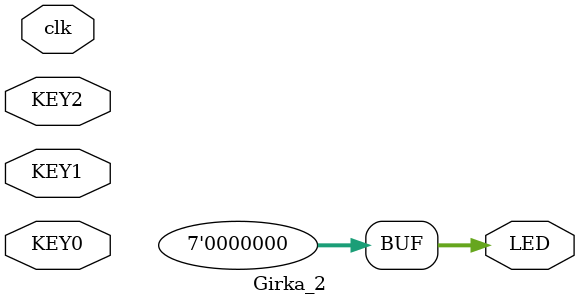
<source format=v>
module pushing (
	input key,
	input clk,
	output push
);

reg but_r;
reg but_rr;

always @(posedge clk)
begin
	but_r <= key;
	but_rr <= but_r;
end
assign push = but_rr & ~but_r;

endmodule


module Girka_2
(
	input KEY0,
	input KEY1,
	input KEY2,
	input clk,
	output [6:0] LED
	
);

wire reset_push, plus_push, minus_push;
reg [2:0] count;
wire [2:0] acount;

pushing pushing_plus (
	.key (KEY1),
	.clk (clk),
	.push (plus_push)
);

pushing pushing_minus (
	.key (KEY2),
	.clk (clk),
	.push (minus_push)
);

pushing pushing_reset (
	.key (KEY0),
	.clk (clk),
	.push (reset_push)
);
always @(posedge clk) 
begin
	if (plus_push) count <=  count + 1;
	else if (minus_push) count <= count - 1;
	else if (reset_push) count <= 3'h0;
end


//assign LED = (1 << count) - 1;


genvar NUMB;
generate for (NUMB = 0; NUMB < 8; NUMB = NUMB + 1)
begin: setled 
	assign LED = count == NUMB ? {NUMB{1'b1}} : 0;
end
endgenerate
	

	
endmodule
				  

</source>
